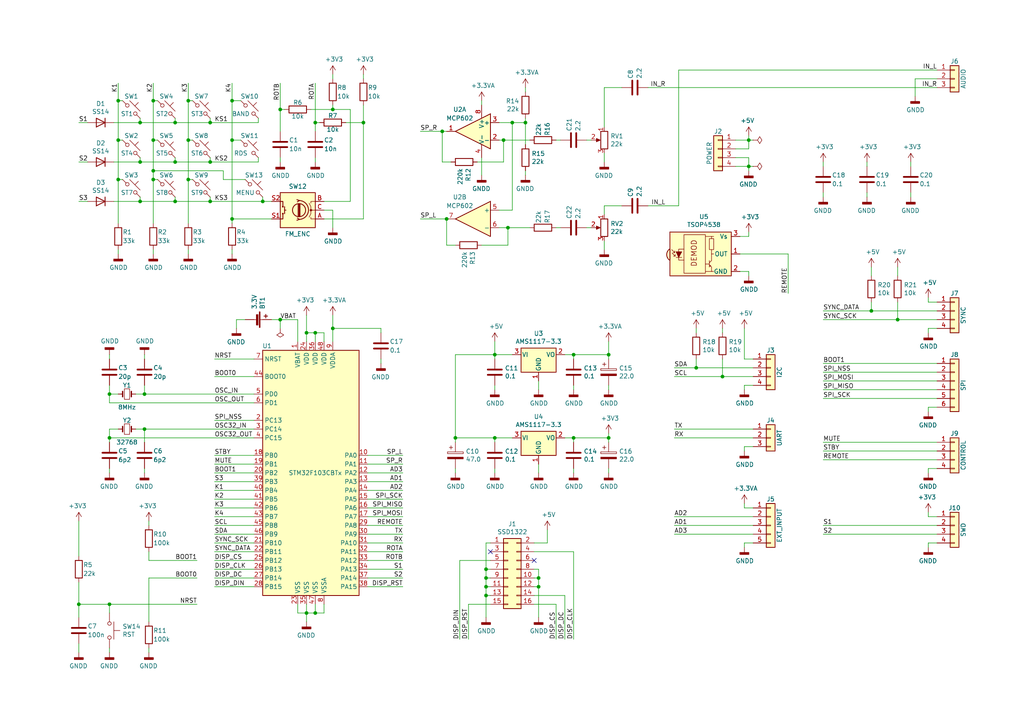
<source format=kicad_sch>
(kicad_sch (version 20230121) (generator eeschema)
  (paper "A4")
  (junction (at 140.97 170.18))
  (junction (at 91.44 96.52))
  (junction (at 132.08 127))
  (junction (at 156.21 167.64))
  (junction (at 140.97 172.72))
  (junction (at 76.2 58.42))
  (junction (at 50.8 58.42))
  (junction (at 91.44 35.56))
  (junction (at 22.86 175.26))
  (junction (at 88.9 96.52))
  (junction (at 166.37 127))
  (junction (at 96.52 95.25))
  (junction (at 34.29 40.64))
  (junction (at 105.41 35.56))
  (junction (at 81.28 31.75))
  (junction (at 60.96 35.56))
  (junction (at 128.27 38.1))
  (junction (at 146.05 40.64))
  (junction (at 31.75 127))
  (junction (at 176.53 127))
  (junction (at 40.64 46.99))
  (junction (at 54.61 29.21))
  (junction (at 143.51 102.87))
  (junction (at 54.61 52.07))
  (junction (at 50.8 35.56))
  (junction (at 140.97 165.1))
  (junction (at 31.75 175.26))
  (junction (at 209.55 109.22))
  (junction (at 40.64 58.42))
  (junction (at 91.44 177.8))
  (junction (at 44.45 29.21))
  (junction (at 67.31 40.64))
  (junction (at 81.28 92.71))
  (junction (at 96.52 31.75))
  (junction (at 176.53 102.87))
  (junction (at 217.17 40.64))
  (junction (at 88.9 177.8))
  (junction (at 44.45 52.07))
  (junction (at 44.45 40.64))
  (junction (at 44.45 49.53))
  (junction (at 152.4 35.56))
  (junction (at 54.61 40.64))
  (junction (at 67.31 29.21))
  (junction (at 252.73 90.17))
  (junction (at 129.54 63.5))
  (junction (at 143.51 127))
  (junction (at 60.96 46.99))
  (junction (at 201.93 106.68))
  (junction (at 34.29 52.07))
  (junction (at 41.91 114.3))
  (junction (at 60.96 58.42))
  (junction (at 50.8 46.99))
  (junction (at 156.21 170.18))
  (junction (at 166.37 102.87))
  (junction (at 31.75 114.3))
  (junction (at 217.17 48.26))
  (junction (at 260.35 92.71))
  (junction (at 148.59 35.56))
  (junction (at 40.64 35.56))
  (junction (at 34.29 29.21))
  (junction (at 147.32 66.04))
  (junction (at 41.91 124.46))
  (junction (at 140.97 167.64))
  (junction (at 67.31 63.5))
  (no_connect (at 154.94 162.56))
  (no_connect (at 142.24 160.02))
  (wire (pts (xy 55.88 52.07) (xy 54.61 52.07)))
  (wire (pts (xy 217.17 80.01) (xy 217.17 78.74)))
  (wire (pts (xy 40.64 34.29) (xy 40.64 35.56)))
  (wire (pts (xy 156.21 165.1) (xy 156.21 167.64)))
  (wire (pts (xy 93.98 96.52) (xy 91.44 96.52)))
  (wire (pts (xy 116.84 170.18) (xy 106.68 170.18)))
  (wire (pts (xy 50.8 57.15) (xy 50.8 58.42)))
  (wire (pts (xy 139.7 71.12) (xy 147.32 71.12)))
  (wire (pts (xy 44.45 49.53) (xy 44.45 52.07)))
  (wire (pts (xy 31.75 127) (xy 31.75 128.27)))
  (wire (pts (xy 116.84 144.78) (xy 106.68 144.78)))
  (wire (pts (xy 162.56 40.64) (xy 161.29 40.64)))
  (wire (pts (xy 81.28 31.75) (xy 81.28 38.1)))
  (wire (pts (xy 187.96 59.69) (xy 196.85 59.69)))
  (wire (pts (xy 264.16 57.15) (xy 264.16 55.88)))
  (wire (pts (xy 166.37 127) (xy 176.53 127)))
  (wire (pts (xy 96.52 66.04) (xy 96.52 60.96)))
  (wire (pts (xy 143.51 102.87) (xy 148.59 102.87)))
  (wire (pts (xy 116.84 167.64) (xy 106.68 167.64)))
  (wire (pts (xy 73.66 170.18) (xy 62.23 170.18)))
  (wire (pts (xy 34.29 124.46) (xy 31.75 124.46)))
  (wire (pts (xy 271.78 135.89) (xy 269.24 135.89)))
  (wire (pts (xy 106.68 137.16) (xy 116.84 137.16)))
  (wire (pts (xy 218.44 129.54) (xy 215.9 129.54)))
  (wire (pts (xy 31.75 114.3) (xy 31.75 111.76)))
  (wire (pts (xy 116.84 134.62) (xy 106.68 134.62)))
  (wire (pts (xy 218.44 157.48) (xy 215.9 157.48)))
  (wire (pts (xy 260.35 92.71) (xy 271.78 92.71)))
  (wire (pts (xy 195.58 109.22) (xy 209.55 109.22)))
  (wire (pts (xy 76.2 57.15) (xy 76.2 58.42)))
  (wire (pts (xy 213.36 43.18) (xy 217.17 43.18)))
  (wire (pts (xy 135.89 175.26) (xy 142.24 175.26)))
  (wire (pts (xy 116.84 165.1) (xy 106.68 165.1)))
  (wire (pts (xy 73.66 167.64) (xy 62.23 167.64)))
  (wire (pts (xy 142.24 167.64) (xy 140.97 167.64)))
  (wire (pts (xy 54.61 29.21) (xy 54.61 24.13)))
  (wire (pts (xy 269.24 118.11) (xy 269.24 119.38)))
  (wire (pts (xy 22.86 168.91) (xy 22.86 175.26)))
  (wire (pts (xy 62.23 142.24) (xy 73.66 142.24)))
  (wire (pts (xy 41.91 114.3) (xy 41.91 111.76)))
  (wire (pts (xy 271.78 22.86) (xy 265.43 22.86)))
  (wire (pts (xy 106.68 142.24) (xy 116.84 142.24)))
  (wire (pts (xy 40.64 45.72) (xy 40.64 46.99)))
  (wire (pts (xy 163.83 102.87) (xy 166.37 102.87)))
  (wire (pts (xy 78.74 92.71) (xy 81.28 92.71)))
  (wire (pts (xy 130.81 46.99) (xy 128.27 46.99)))
  (wire (pts (xy 217.17 78.74) (xy 214.63 78.74)))
  (wire (pts (xy 215.9 111.76) (xy 215.9 113.03)))
  (wire (pts (xy 148.59 35.56) (xy 152.4 35.56)))
  (wire (pts (xy 209.55 104.14) (xy 209.55 109.22)))
  (wire (pts (xy 33.02 58.42) (xy 40.64 58.42)))
  (wire (pts (xy 60.96 35.56) (xy 74.93 35.56)))
  (wire (pts (xy 269.24 149.86) (xy 269.24 148.59)))
  (wire (pts (xy 135.89 175.26) (xy 135.89 185.42)))
  (wire (pts (xy 43.18 167.64) (xy 43.18 180.34)))
  (wire (pts (xy 195.58 106.68) (xy 201.93 106.68)))
  (wire (pts (xy 176.53 102.87) (xy 176.53 104.14)))
  (wire (pts (xy 25.4 35.56) (xy 22.86 35.56)))
  (wire (pts (xy 143.51 102.87) (xy 143.51 104.14)))
  (wire (pts (xy 45.72 52.07) (xy 44.45 52.07)))
  (wire (pts (xy 129.54 63.5) (xy 121.92 63.5)))
  (wire (pts (xy 81.28 24.13) (xy 81.28 31.75)))
  (wire (pts (xy 88.9 177.8) (xy 86.36 177.8)))
  (wire (pts (xy 91.44 175.26) (xy 91.44 177.8)))
  (wire (pts (xy 132.08 71.12) (xy 129.54 71.12)))
  (wire (pts (xy 176.53 111.76) (xy 176.53 113.03)))
  (wire (pts (xy 132.08 127) (xy 132.08 128.27)))
  (wire (pts (xy 142.24 165.1) (xy 140.97 165.1)))
  (wire (pts (xy 271.78 128.27) (xy 238.76 128.27)))
  (wire (pts (xy 148.59 60.96) (xy 144.78 60.96)))
  (wire (pts (xy 67.31 40.64) (xy 67.31 63.5)))
  (wire (pts (xy 31.75 114.3) (xy 31.75 116.84)))
  (wire (pts (xy 106.68 139.7) (xy 116.84 139.7)))
  (wire (pts (xy 175.26 46.99) (xy 175.26 44.45)))
  (wire (pts (xy 143.51 99.06) (xy 143.51 102.87)))
  (wire (pts (xy 86.36 99.06) (xy 86.36 92.71)))
  (wire (pts (xy 271.78 105.41) (xy 238.76 105.41)))
  (wire (pts (xy 50.8 46.99) (xy 60.96 46.99)))
  (wire (pts (xy 271.78 115.57) (xy 238.76 115.57)))
  (wire (pts (xy 238.76 92.71) (xy 260.35 92.71)))
  (wire (pts (xy 71.12 52.07) (xy 64.77 52.07)))
  (wire (pts (xy 91.44 99.06) (xy 91.44 96.52)))
  (wire (pts (xy 238.76 57.15) (xy 238.76 55.88)))
  (wire (pts (xy 140.97 165.1) (xy 140.97 157.48)))
  (wire (pts (xy 215.9 129.54) (xy 215.9 130.81)))
  (wire (pts (xy 101.6 58.42) (xy 101.6 31.75)))
  (wire (pts (xy 62.23 121.92) (xy 73.66 121.92)))
  (wire (pts (xy 162.56 66.04) (xy 161.29 66.04)))
  (wire (pts (xy 196.85 20.32) (xy 196.85 59.69)))
  (wire (pts (xy 96.52 21.59) (xy 96.52 22.86)))
  (wire (pts (xy 40.64 58.42) (xy 50.8 58.42)))
  (wire (pts (xy 31.75 135.89) (xy 31.75 137.16)))
  (wire (pts (xy 142.24 157.48) (xy 140.97 157.48)))
  (wire (pts (xy 195.58 124.46) (xy 218.44 124.46)))
  (wire (pts (xy 214.63 73.66) (xy 228.6 73.66)))
  (wire (pts (xy 93.98 177.8) (xy 91.44 177.8)))
  (wire (pts (xy 116.84 132.08) (xy 106.68 132.08)))
  (wire (pts (xy 238.76 110.49) (xy 271.78 110.49)))
  (wire (pts (xy 33.02 46.99) (xy 40.64 46.99)))
  (wire (pts (xy 265.43 22.86) (xy 265.43 27.94)))
  (wire (pts (xy 271.78 157.48) (xy 269.24 157.48)))
  (wire (pts (xy 88.9 175.26) (xy 88.9 177.8)))
  (wire (pts (xy 217.17 68.58) (xy 217.17 67.31)))
  (wire (pts (xy 147.32 66.04) (xy 153.67 66.04)))
  (wire (pts (xy 144.78 35.56) (xy 148.59 35.56)))
  (wire (pts (xy 154.94 170.18) (xy 156.21 170.18)))
  (wire (pts (xy 271.78 133.35) (xy 238.76 133.35)))
  (wire (pts (xy 73.66 104.14) (xy 62.23 104.14)))
  (wire (pts (xy 34.29 72.39) (xy 34.29 73.66)))
  (wire (pts (xy 271.78 87.63) (xy 269.24 87.63)))
  (wire (pts (xy 218.44 147.32) (xy 215.9 147.32)))
  (wire (pts (xy 54.61 40.64) (xy 54.61 29.21)))
  (wire (pts (xy 34.29 24.13) (xy 34.29 29.21)))
  (wire (pts (xy 50.8 34.29) (xy 50.8 35.56)))
  (wire (pts (xy 67.31 40.64) (xy 69.85 40.64)))
  (wire (pts (xy 92.71 35.56) (xy 91.44 35.56)))
  (wire (pts (xy 74.93 34.29) (xy 74.93 35.56)))
  (wire (pts (xy 43.18 189.23) (xy 43.18 187.96)))
  (wire (pts (xy 81.28 95.25) (xy 81.28 92.71)))
  (wire (pts (xy 110.49 105.41) (xy 110.49 104.14)))
  (wire (pts (xy 73.66 165.1) (xy 62.23 165.1)))
  (wire (pts (xy 144.78 66.04) (xy 147.32 66.04)))
  (wire (pts (xy 217.17 48.26) (xy 217.17 49.53)))
  (wire (pts (xy 116.84 154.94) (xy 106.68 154.94)))
  (wire (pts (xy 163.83 172.72) (xy 163.83 185.42)))
  (wire (pts (xy 209.55 109.22) (xy 218.44 109.22)))
  (wire (pts (xy 105.41 21.59) (xy 105.41 22.86)))
  (wire (pts (xy 41.91 102.87) (xy 41.91 104.14)))
  (wire (pts (xy 35.56 52.07) (xy 34.29 52.07)))
  (wire (pts (xy 152.4 35.56) (xy 152.4 41.91)))
  (wire (pts (xy 88.9 180.34) (xy 88.9 177.8)))
  (wire (pts (xy 55.88 40.64) (xy 54.61 40.64)))
  (wire (pts (xy 195.58 152.4) (xy 218.44 152.4)))
  (wire (pts (xy 116.84 149.86) (xy 106.68 149.86)))
  (wire (pts (xy 176.53 99.06) (xy 176.53 102.87)))
  (wire (pts (xy 217.17 45.72) (xy 217.17 48.26)))
  (wire (pts (xy 154.94 165.1) (xy 156.21 165.1)))
  (wire (pts (xy 73.66 109.22) (xy 62.23 109.22)))
  (wire (pts (xy 154.94 172.72) (xy 163.83 172.72)))
  (wire (pts (xy 176.53 125.73) (xy 176.53 127)))
  (wire (pts (xy 156.21 134.62) (xy 156.21 137.16)))
  (wire (pts (xy 57.15 162.56) (xy 43.18 162.56)))
  (wire (pts (xy 96.52 60.96) (xy 93.98 60.96)))
  (wire (pts (xy 238.76 107.95) (xy 271.78 107.95)))
  (wire (pts (xy 251.46 46.99) (xy 251.46 48.26)))
  (wire (pts (xy 147.32 71.12) (xy 147.32 66.04)))
  (wire (pts (xy 217.17 40.64) (xy 217.17 39.37)))
  (wire (pts (xy 34.29 29.21) (xy 34.29 40.64)))
  (wire (pts (xy 22.86 179.07) (xy 22.86 175.26)))
  (wire (pts (xy 88.9 91.44) (xy 88.9 96.52)))
  (wire (pts (xy 218.44 104.14) (xy 215.9 104.14)))
  (wire (pts (xy 93.98 175.26) (xy 93.98 177.8)))
  (wire (pts (xy 175.26 72.39) (xy 175.26 69.85)))
  (wire (pts (xy 54.61 52.07) (xy 54.61 40.64)))
  (wire (pts (xy 217.17 43.18) (xy 217.17 40.64)))
  (wire (pts (xy 40.64 46.99) (xy 50.8 46.99)))
  (wire (pts (xy 73.66 144.78) (xy 62.23 144.78)))
  (wire (pts (xy 196.85 20.32) (xy 271.78 20.32)))
  (wire (pts (xy 81.28 45.72) (xy 81.28 46.99)))
  (wire (pts (xy 176.53 135.89) (xy 176.53 137.16)))
  (wire (pts (xy 76.2 58.42) (xy 78.74 58.42)))
  (wire (pts (xy 67.31 63.5) (xy 78.74 63.5)))
  (wire (pts (xy 34.29 114.3) (xy 31.75 114.3)))
  (wire (pts (xy 40.64 35.56) (xy 50.8 35.56)))
  (wire (pts (xy 91.44 46.99) (xy 91.44 45.72)))
  (wire (pts (xy 73.66 149.86) (xy 62.23 149.86)))
  (wire (pts (xy 171.45 40.64) (xy 170.18 40.64)))
  (wire (pts (xy 166.37 104.14) (xy 166.37 102.87)))
  (wire (pts (xy 35.56 40.64) (xy 34.29 40.64)))
  (wire (pts (xy 128.27 46.99) (xy 128.27 38.1)))
  (wire (pts (xy 31.75 124.46) (xy 31.75 127)))
  (wire (pts (xy 35.56 29.21) (xy 34.29 29.21)))
  (wire (pts (xy 133.35 162.56) (xy 142.24 162.56)))
  (wire (pts (xy 142.24 170.18) (xy 140.97 170.18)))
  (wire (pts (xy 238.76 90.17) (xy 252.73 90.17)))
  (wire (pts (xy 271.78 130.81) (xy 238.76 130.81)))
  (wire (pts (xy 73.66 139.7) (xy 62.23 139.7)))
  (wire (pts (xy 33.02 35.56) (xy 40.64 35.56)))
  (wire (pts (xy 139.7 50.8) (xy 139.7 45.72)))
  (wire (pts (xy 73.66 152.4) (xy 62.23 152.4)))
  (wire (pts (xy 252.73 90.17) (xy 271.78 90.17)))
  (wire (pts (xy 73.66 160.02) (xy 62.23 160.02)))
  (wire (pts (xy 22.86 189.23) (xy 22.86 186.69)))
  (wire (pts (xy 215.9 104.14) (xy 215.9 95.25)))
  (wire (pts (xy 60.96 57.15) (xy 60.96 58.42)))
  (wire (pts (xy 31.75 102.87) (xy 31.75 104.14)))
  (wire (pts (xy 41.91 137.16) (xy 41.91 135.89)))
  (wire (pts (xy 81.28 92.71) (xy 86.36 92.71)))
  (wire (pts (xy 55.88 29.21) (xy 54.61 29.21)))
  (wire (pts (xy 133.35 162.56) (xy 133.35 185.42)))
  (wire (pts (xy 96.52 95.25) (xy 96.52 99.06)))
  (wire (pts (xy 217.17 48.26) (xy 218.44 48.26)))
  (wire (pts (xy 138.43 46.99) (xy 146.05 46.99)))
  (wire (pts (xy 57.15 175.26) (xy 31.75 175.26)))
  (wire (pts (xy 62.23 147.32) (xy 73.66 147.32)))
  (wire (pts (xy 73.66 132.08) (xy 62.23 132.08)))
  (wire (pts (xy 214.63 68.58) (xy 217.17 68.58)))
  (wire (pts (xy 166.37 102.87) (xy 176.53 102.87)))
  (wire (pts (xy 39.37 124.46) (xy 41.91 124.46)))
  (wire (pts (xy 60.96 45.72) (xy 60.96 46.99)))
  (wire (pts (xy 201.93 104.14) (xy 201.93 106.68)))
  (wire (pts (xy 152.4 50.8) (xy 152.4 49.53)))
  (wire (pts (xy 44.45 72.39) (xy 44.45 73.66)))
  (wire (pts (xy 271.78 149.86) (xy 269.24 149.86)))
  (wire (pts (xy 271.78 95.25) (xy 269.24 95.25)))
  (wire (pts (xy 110.49 96.52) (xy 110.49 95.25)))
  (wire (pts (xy 116.84 147.32) (xy 106.68 147.32)))
  (wire (pts (xy 31.75 116.84) (xy 73.66 116.84)))
  (wire (pts (xy 269.24 87.63) (xy 269.24 86.36)))
  (wire (pts (xy 90.17 31.75) (xy 96.52 31.75)))
  (wire (pts (xy 180.34 59.69) (xy 175.26 59.69)))
  (wire (pts (xy 91.44 177.8) (xy 88.9 177.8)))
  (wire (pts (xy 93.98 58.42) (xy 101.6 58.42)))
  (wire (pts (xy 156.21 110.49) (xy 156.21 113.03)))
  (wire (pts (xy 54.61 72.39) (xy 54.61 73.66)))
  (wire (pts (xy 140.97 172.72) (xy 140.97 170.18)))
  (wire (pts (xy 195.58 149.86) (xy 218.44 149.86)))
  (wire (pts (xy 93.98 99.06) (xy 93.98 96.52)))
  (wire (pts (xy 39.37 114.3) (xy 41.91 114.3)))
  (wire (pts (xy 60.96 34.29) (xy 60.96 35.56)))
  (wire (pts (xy 67.31 73.66) (xy 67.31 72.39)))
  (wire (pts (xy 142.24 172.72) (xy 140.97 172.72)))
  (wire (pts (xy 73.66 154.94) (xy 62.23 154.94)))
  (wire (pts (xy 140.97 179.07) (xy 140.97 172.72)))
  (wire (pts (xy 269.24 135.89) (xy 269.24 137.16)))
  (wire (pts (xy 156.21 170.18) (xy 156.21 179.07)))
  (wire (pts (xy 86.36 177.8) (xy 86.36 175.26)))
  (wire (pts (xy 44.45 49.53) (xy 64.77 49.53)))
  (wire (pts (xy 22.86 175.26) (xy 31.75 175.26)))
  (wire (pts (xy 41.91 114.3) (xy 73.66 114.3)))
  (wire (pts (xy 45.72 40.64) (xy 44.45 40.64)))
  (wire (pts (xy 50.8 58.42) (xy 60.96 58.42)))
  (wire (pts (xy 271.78 152.4) (xy 238.76 152.4)))
  (wire (pts (xy 176.53 127) (xy 176.53 128.27)))
  (wire (pts (xy 228.6 73.66) (xy 228.6 85.09)))
  (wire (pts (xy 156.21 167.64) (xy 156.21 170.18)))
  (wire (pts (xy 201.93 106.68) (xy 218.44 106.68)))
  (wire (pts (xy 44.45 40.64) (xy 44.45 49.53)))
  (wire (pts (xy 43.18 162.56) (xy 43.18 160.02)))
  (wire (pts (xy 129.54 71.12) (xy 129.54 63.5)))
  (wire (pts (xy 175.26 59.69) (xy 175.26 62.23)))
  (wire (pts (xy 140.97 167.64) (xy 140.97 165.1)))
  (wire (pts (xy 158.75 157.48) (xy 158.75 153.67)))
  (wire (pts (xy 171.45 66.04) (xy 170.18 66.04)))
  (wire (pts (xy 31.75 177.8) (xy 31.75 175.26)))
  (wire (pts (xy 143.51 113.03) (xy 143.51 111.76)))
  (wire (pts (xy 175.26 25.4) (xy 175.26 36.83)))
  (wire (pts (xy 34.29 52.07) (xy 34.29 64.77)))
  (wire (pts (xy 34.29 40.64) (xy 34.29 52.07)))
  (wire (pts (xy 166.37 160.02) (xy 166.37 185.42)))
  (wire (pts (xy 209.55 95.25) (xy 209.55 96.52)))
  (wire (pts (xy 143.51 128.27) (xy 143.51 127)))
  (wire (pts (xy 73.66 137.16) (xy 62.23 137.16)))
  (wire (pts (xy 50.8 35.56) (xy 60.96 35.56)))
  (wire (pts (xy 96.52 30.48) (xy 96.52 31.75)))
  (wire (pts (xy 22.86 46.99) (xy 25.4 46.99)))
  (wire (pts (xy 264.16 46.99) (xy 264.16 48.26)))
  (wire (pts (xy 161.29 175.26) (xy 161.29 185.42)))
  (wire (pts (xy 166.37 111.76) (xy 166.37 113.03)))
  (wire (pts (xy 73.66 162.56) (xy 62.23 162.56)))
  (wire (pts (xy 271.78 118.11) (xy 269.24 118.11)))
  (wire (pts (xy 110.49 95.25) (xy 96.52 95.25)))
  (wire (pts (xy 215.9 157.48) (xy 215.9 158.75)))
  (wire (pts (xy 68.58 95.25) (xy 68.58 92.71)))
  (wire (pts (xy 143.51 127) (xy 148.59 127)))
  (wire (pts (xy 91.44 24.13) (xy 91.44 35.56)))
  (wire (pts (xy 116.84 157.48) (xy 106.68 157.48)))
  (wire (pts (xy 82.55 31.75) (xy 81.28 31.75)))
  (wire (pts (xy 105.41 35.56) (xy 105.41 30.48)))
  (wire (pts (xy 152.4 25.4) (xy 152.4 26.67)))
  (wire (pts (xy 146.05 46.99) (xy 146.05 40.64)))
  (wire (pts (xy 41.91 128.27) (xy 41.91 124.46)))
  (wire (pts (xy 218.44 111.76) (xy 215.9 111.76)))
  (wire (pts (xy 22.86 151.13) (xy 22.86 161.29)))
  (wire (pts (xy 269.24 95.25) (xy 269.24 96.52)))
  (wire (pts (xy 68.58 92.71) (xy 71.12 92.71)))
  (wire (pts (xy 57.15 167.64) (xy 43.18 167.64)))
  (wire (pts (xy 163.83 127) (xy 166.37 127)))
  (wire (pts (xy 54.61 52.07) (xy 54.61 64.77)))
  (wire (pts (xy 116.84 160.02) (xy 106.68 160.02)))
  (wire (pts (xy 128.27 38.1) (xy 121.92 38.1)))
  (wire (pts (xy 166.37 128.27) (xy 166.37 127)))
  (wire (pts (xy 252.73 87.63) (xy 252.73 90.17)))
  (wire (pts (xy 260.35 87.63) (xy 260.35 92.71)))
  (wire (pts (xy 67.31 29.21) (xy 67.31 24.13)))
  (wire (pts (xy 201.93 95.25) (xy 201.93 96.52)))
  (wire (pts (xy 50.8 45.72) (xy 50.8 46.99)))
  (wire (pts (xy 154.94 167.64) (xy 156.21 167.64)))
  (wire (pts (xy 146.05 40.64) (xy 153.67 40.64)))
  (wire (pts (xy 31.75 127) (xy 73.66 127)))
  (wire (pts (xy 100.33 35.56) (xy 105.41 35.56)))
  (wire (pts (xy 88.9 96.52) (xy 88.9 99.06)))
  (wire (pts (xy 132.08 135.89) (xy 132.08 137.16)))
  (wire (pts (xy 73.66 134.62) (xy 62.23 134.62)))
  (wire (pts (xy 40.64 57.15) (xy 40.64 58.42)))
  (wire (pts (xy 60.96 46.99) (xy 74.93 46.99)))
  (wire (pts (xy 140.97 170.18) (xy 140.97 167.64)))
  (wire (pts (xy 187.96 25.4) (xy 271.78 25.4)))
  (wire (pts (xy 44.45 52.07) (xy 44.45 64.77)))
  (wire (pts (xy 74.93 45.72) (xy 74.93 46.99)))
  (wire (pts (xy 251.46 57.15) (xy 251.46 55.88)))
  (wire (pts (xy 271.78 154.94) (xy 238.76 154.94)))
  (wire (pts (xy 73.66 157.48) (xy 62.23 157.48)))
  (wire (pts (xy 128.27 38.1) (xy 129.54 38.1)))
  (wire (pts (xy 143.51 135.89) (xy 143.51 137.16)))
  (wire (pts (xy 166.37 135.89) (xy 166.37 137.16)))
  (wire (pts (xy 44.45 24.13) (xy 44.45 29.21)))
  (wire (pts (xy 213.36 45.72) (xy 217.17 45.72)))
  (wire (pts (xy 91.44 35.56) (xy 91.44 38.1)))
  (wire (pts (xy 93.98 63.5) (xy 105.41 63.5)))
  (wire (pts (xy 148.59 35.56) (xy 148.59 60.96)))
  (wire (pts (xy 31.75 189.23) (xy 31.75 187.96)))
  (wire (pts (xy 154.94 160.02) (xy 166.37 160.02)))
  (wire (pts (xy 271.78 113.03) (xy 238.76 113.03)))
  (wire (pts (xy 144.78 40.64) (xy 146.05 40.64)))
  (wire (pts (xy 67.31 40.64) (xy 67.31 29.21)))
  (wire (pts (xy 143.51 127) (xy 132.08 127)))
  (wire (pts (xy 195.58 154.94) (xy 218.44 154.94)))
  (wire (pts (xy 44.45 29.21) (xy 44.45 40.64)))
  (wire (pts (xy 139.7 29.21) (xy 139.7 30.48)))
  (wire (pts (xy 116.84 162.56) (xy 106.68 162.56)))
  (wire (pts (xy 252.73 77.47) (xy 252.73 80.01)))
  (wire (pts (xy 152.4 34.29) (xy 152.4 35.56)))
  (wire (pts (xy 41.91 124.46) (xy 73.66 124.46)))
  (wire (pts (xy 132.08 127) (xy 132.08 102.87)))
  (wire (pts (xy 154.94 175.26) (xy 161.29 175.26)))
  (wire (pts (xy 22.86 58.42) (xy 25.4 58.42)))
  (wire (pts (xy 180.34 25.4) (xy 175.26 25.4)))
  (wire (pts (xy 45.72 29.21) (xy 44.45 29.21)))
  (wire (pts (xy 269.24 157.48) (xy 269.24 158.75)))
  (wire (pts (xy 64.77 49.53) (xy 64.77 52.07)))
  (wire (pts (xy 260.35 77.47) (xy 260.35 80.01)))
  (wire (pts (xy 43.18 151.13) (xy 43.18 152.4)))
  (wire (pts (xy 67.31 63.5) (xy 67.31 64.77)))
  (wire (pts (xy 96.52 91.44) (xy 96.52 95.25)))
  (wire (pts (xy 132.08 102.87) (xy 143.51 102.87)))
  (wire (pts (xy 105.41 35.56) (xy 105.41 63.5)))
  (wire (pts (xy 154.94 157.48) (xy 158.75 157.48)))
  (wire (pts (xy 67.31 29.21) (xy 69.85 29.21)))
  (wire (pts (xy 213.36 48.26) (xy 217.17 48.26)))
  (wire (pts (xy 238.76 46.99) (xy 238.76 48.26)))
  (wire (pts (xy 217.17 40.64) (xy 218.44 40.64)))
  (wire (pts (xy 96.52 31.75) (xy 101.6 31.75)))
  (wire (pts (xy 60.96 58.42) (xy 76.2 58.42)))
  (wire (pts (xy 195.58 127) (xy 218.44 127)))
  (wire (pts (xy 213.36 40.64) (xy 217.17 40.64)))
  (wire (pts (xy 106.68 152.4) (xy 116.84 152.4)))
  (wire (pts (xy 215.9 147.32) (xy 215.9 146.05)))
  (wire (pts (xy 91.44 96.52) (xy 88.9 96.52)))
  (label "ROTB" (at 116.84 162.56 180))
  (label "RX" (at 116.84 157.48 180))
  (label "AD3" (at 195.58 154.94 0))
  (label "DISP_RST" (at 135.89 185.42 90))
  (label "AD3" (at 116.84 137.16 180))
  (label "ROTA" (at 91.44 24.13 270))
  (label "K3" (at 62.23 147.32 0))
  (label "DISP_RST" (at 116.84 170.18 180))
  (label "AD2" (at 195.58 149.86 0))
  (label "K2" (at 44.45 24.13 270))
  (label "KS1" (at 62.23 35.56 0))
  (label "SCL" (at 62.23 152.4 0))
  (label "SPI_MISO" (at 116.84 147.32 180))
  (label "BOOT0" (at 57.15 167.64 180))
  (label "K4" (at 62.23 149.86 0))
  (label "DISP_CLK" (at 166.37 185.42 90))
  (label "S2" (at 238.76 154.94 0))
  (label "SYNC_DATA" (at 238.76 90.17 0))
  (label "K1" (at 62.23 142.24 0))
  (label "VBAT" (at 81.28 92.71 0))
  (label "S3" (at 62.23 139.7 0))
  (label "KS3" (at 62.23 58.42 0))
  (label "SDA" (at 195.58 106.68 0))
  (label "MUTE" (at 238.76 128.27 0))
  (label "OSC32_IN" (at 62.23 124.46 0))
  (label "IN_R" (at 271.78 25.4 180))
  (label "IN_R" (at 193.04 25.4 180))
  (label "SP_R" (at 121.92 38.1 0))
  (label "ROTB" (at 81.28 24.13 270))
  (label "SPI_MISO" (at 238.76 113.03 0))
  (label "DISP_DIN" (at 62.23 170.18 0))
  (label "BOOT1" (at 57.15 162.56 180))
  (label "K4" (at 67.31 24.13 270))
  (label "BOOT0" (at 62.23 109.22 0))
  (label "MUTE" (at 62.23 134.62 0))
  (label "STBY" (at 62.23 132.08 0))
  (label "S1" (at 116.84 165.1 180))
  (label "SP_L" (at 116.84 132.08 180))
  (label "ROTA" (at 116.84 160.02 180))
  (label "TX" (at 195.58 124.46 0))
  (label "S2" (at 116.84 167.64 180))
  (label "SPI_SCK" (at 116.84 144.78 180))
  (label "REMOTE" (at 238.76 133.35 0))
  (label "S3" (at 22.86 58.42 0))
  (label "SP_L" (at 121.92 63.5 0))
  (label "SPI_NSS" (at 238.76 107.95 0))
  (label "DISP_DC" (at 62.23 167.64 0))
  (label "STBY" (at 238.76 130.81 0))
  (label "RX" (at 195.58 127 0))
  (label "BOOT1" (at 62.23 137.16 0))
  (label "SCL" (at 195.58 109.22 0))
  (label "SPI_MOSI" (at 238.76 110.49 0))
  (label "SPI_SCK" (at 238.76 115.57 0))
  (label "S1" (at 22.86 35.56 0))
  (label "TX" (at 116.84 154.94 180))
  (label "BOOT1" (at 238.76 105.41 0))
  (label "AD2" (at 116.84 142.24 180))
  (label "OSC_OUT" (at 62.23 116.84 0))
  (label "OSC_IN" (at 62.23 114.3 0))
  (label "K1" (at 34.29 24.13 270))
  (label "OSC32_OUT" (at 62.23 127 0))
  (label "DISP_DC" (at 163.83 185.42 90))
  (label "SP_R" (at 116.84 134.62 180))
  (label "SPI_MOSI" (at 116.84 149.86 180))
  (label "K2" (at 62.23 144.78 0))
  (label "NRST" (at 62.23 104.14 0))
  (label "S1" (at 238.76 152.4 0))
  (label "IN_L" (at 193.04 59.69 180))
  (label "REMOTE" (at 228.6 85.09 90))
  (label "SYNC_SCK" (at 238.76 92.71 0))
  (label "DISP_CS" (at 62.23 162.56 0))
  (label "SYNC_SCK" (at 62.23 157.48 0))
  (label "NRST" (at 57.15 175.26 180))
  (label "KS2" (at 62.23 46.99 0))
  (label "AD1" (at 195.58 152.4 0))
  (label "S2" (at 22.86 46.99 0))
  (label "SPI_NSS" (at 62.23 121.92 0))
  (label "DISP_DIN" (at 133.35 185.42 90))
  (label "DISP_CS" (at 161.29 185.42 90))
  (label "DISP_CLK" (at 62.23 165.1 0))
  (label "K3" (at 54.61 24.13 270))
  (label "REMOTE" (at 116.84 152.4 180))
  (label "SDA" (at 62.23 154.94 0))
  (label "IN_L" (at 271.78 20.32 180))
  (label "SYNC_DATA" (at 62.23 160.02 0))
  (label "AD1" (at 116.84 139.7 180))
  (symbol (lib_id "Switch:SW_Push_45deg") (at 72.39 31.75 0) (unit 1)
    (property "Reference" "SW10" (at 72.39 27.94 0))
    (property "Value" "BAND" (at 69.85 33.02 0))
    (property "Footprint" "Button_Switch_THT:SW_PUSH_6mm" (effects hide))
  )
  (symbol (lib_id "Switch:SW_Push_45deg") (at 72.39 43.18 0) (unit 1)
    (property "Reference" "SW11" (at 72.39 39.37 0))
    (property "Value" "RDS" (at 69.85 44.45 0))
    (property "Footprint" "Button_Switch_THT:SW_PUSH_6mm" (effects hide))
  )
  (symbol (lib_id "Switch:SW_Push_45deg") (at 73.66 54.61 0) (unit 1)
    (property "Reference" "SW13" (at 73.66 50.8 0))
    (property "Value" "MENU" (at 71.12 55.88 0))
    (property "Footprint" "Button_Switch_THT:SW_PUSH_6mm" (effects hide))
  )
  (symbol (lib_id "Connector_Generic:Conn_01x03") (at 276.86 22.86 0) (unit 1)
    (property "Reference" "J6" (at 276.86 17.78 0))
    (property "Value" "AUDIO" (at 279.4 22.86 90))
    (property "Footprint" "Connector_JST:JST_EH_B3B-EH-A_1x03_P2.50mm_Vertical" (effects hide))
  )
  (symbol (lib_id "MCU_ST_STM32F1:STM32F103CBTx") (at 91.44 137.16 0) (unit 1)
    (property "Reference" "U1" (at 77.47 100.33 0))
    (property "Value" "STM32F103CBTx" (at 91.44 137.16 0))
    (property "Footprint" "Package_QFP:LQFP-48_7x7mm_P0.5mm" (effects hide))
    (property "Datasheet" "http://www.st.com/st-web-ui/static/active/en/resource/technical/document/datasheet/DM00058181.pdf" (effects hide))
  )
  (symbol (lib_id "power:PWR_FLAG") (at 218.44 40.64 270) (unit 1)
    (property "Reference" "#FLG0101" (effects hide))
    (property "Value" "PWR_FLAG" (effects hide))
  )
  (symbol (lib_id "Device:R") (at 260.35 83.82 0) (unit 1)
    (property "Reference" "R21" (at 262.128 82.6516 0) (effects (justify left)))
    (property "Value" "10k" (at 262.128 84.963 0) (effects (justify left)))
    (property "Footprint" "Resistor_SMD:R_1206_3216Metric_Pad1.30x1.75mm_HandSolder" (effects hide))
  )
  (symbol (lib_id "power:PWR_FLAG") (at 218.44 48.26 270) (unit 1)
    (property "Reference" "#FLG0102" (effects hide))
    (property "Value" "PWR_FLAG" (effects hide))
  )
  (symbol (lib_id "Device:R") (at 252.73 83.82 0) (unit 1)
    (property "Reference" "R20" (at 254.508 82.6516 0) (effects (justify left)))
    (property "Value" "10k" (at 254.508 84.963 0) (effects (justify left)))
    (property "Footprint" "Resistor_SMD:R_1206_3216Metric_Pad1.30x1.75mm_HandSolder" (effects hide))
  )
  (symbol (lib_id "power:+5V") (at 252.73 77.47 0) (unit 1)
    (property "Reference" "#PWR032" (effects hide))
    (property "Value" "+5V" (at 253.111 73.0758 0))
  )
  (symbol (lib_id "power:+5V") (at 260.35 77.47 0) (unit 1)
    (property "Reference" "#PWR033" (effects hide))
    (property "Value" "+5V" (at 260.731 73.0758 0))
  )
  (symbol (lib_id "Interface_Optical:TSOP45xx") (at 204.47 73.66 0) (unit 1)
    (property "Reference" "U5" (at 204.1652 62.865 0))
    (property "Value" "TSOP4538" (at 204.1652 65.1764 0))
    (property "Footprint" "OptoDevice:Vishay_MOLD-3Pin" (effects hide))
    (property "Datasheet" "http://www.vishay.com/docs/82460/tsop45.pdf" (effects hide))
  )
  (symbol (lib_id "power:GNDD") (at 88.9 180.34 0) (mirror y) (unit 1)
    (property "Reference" "#PWR012" (effects hide))
    (property "Value" "GNDD" (at 88.7984 184.277 0))
  )
  (symbol (lib_id "power:+3V3") (at 88.9 91.44 0) (mirror y) (unit 1)
    (property "Reference" "#PWR013" (effects hide))
    (property "Value" "+3V3" (at 88.519 87.0458 0))
  )
  (symbol (lib_id "Device:Crystal_Small") (at 36.83 124.46 0) (unit 1)
    (property "Reference" "Y2" (at 36.83 121.92 0))
    (property "Value" "32768" (at 36.83 128.27 0))
    (property "Footprint" "Crystal:Crystal_C38-LF_D3.0mm_L8.0mm_Vertical" (effects hide))
  )
  (symbol (lib_id "Device:Battery_Cell") (at 73.66 92.71 270) (mirror x) (unit 1)
    (property "Reference" "BT1" (at 76.0984 89.7128 0) (effects (justify left)))
    (property "Value" "3.3V" (at 73.787 89.7128 0) (effects (justify left)))
    (property "Footprint" "h-ms1110:CR1220" (effects hide))
  )
  (symbol (lib_id "Amplifier_Operational:MCP602") (at 137.16 38.1 0) (mirror y) (unit 1)
    (property "Reference" "U2" (at 133.35 31.75 0))
    (property "Value" "MCP602" (at 133.35 34.29 0))
    (property "Footprint" "Package_SO:SOIC-8_3.9x4.9mm_P1.27mm" (effects hide))
    (property "Datasheet" "http://ww1.microchip.com/downloads/en/DeviceDoc/21314g.pdf" (effects hide))
  )
  (symbol (lib_id "Amplifier_Operational:MCP602") (at 137.16 63.5 0) (mirror y) (unit 2)
    (property "Reference" "U2" (at 133.35 57.15 0))
    (property "Value" "MCP602" (at 133.35 59.69 0))
    (property "Footprint" "Package_SO:SOIC-8_3.9x4.9mm_P1.27mm" (effects hide))
    (property "Datasheet" "http://ww1.microchip.com/downloads/en/DeviceDoc/21314g.pdf" (effects hide))
  )
  (symbol (lib_id "Device:R") (at 152.4 45.72 0) (unit 1)
    (property "Reference" "R15" (at 154.178 44.5516 0) (effects (justify left)))
    (property "Value" "22k" (at 154.178 46.863 0) (effects (justify left)))
    (property "Footprint" "Resistor_SMD:R_1206_3216Metric_Pad1.30x1.75mm_HandSolder" (effects hide))
  )
  (symbol (lib_id "Device:R") (at 157.48 40.64 270) (mirror x) (unit 1)
    (property "Reference" "R16" (at 158.75 39.37 0) (effects (justify left)))
    (property "Value" "22k" (at 156.21 39.37 0) (effects (justify left)))
    (property "Footprint" "Resistor_SMD:R_1206_3216Metric_Pad1.30x1.75mm_HandSolder" (effects hide))
  )
  (symbol (lib_id "power:GNDD") (at 152.4 50.8 0) (mirror y) (unit 1)
    (property "Reference" "#PWR0106" (effects hide))
    (property "Value" "GNDD" (at 152.2984 54.737 0))
  )
  (symbol (lib_id "Device:R") (at 134.62 46.99 270) (unit 1)
    (property "Reference" "R12" (at 135.7884 48.768 0) (effects (justify left)))
    (property "Value" "220k" (at 133.477 48.768 0) (effects (justify left)))
    (property "Footprint" "Resistor_SMD:R_1206_3216Metric_Pad1.30x1.75mm_HandSolder" (effects hide))
  )
  (symbol (lib_id "Device:R") (at 157.48 66.04 270) (mirror x) (unit 1)
    (property "Reference" "R17" (at 158.75 64.77 0) (effects (justify left)))
    (property "Value" "22k" (at 156.21 64.77 0) (effects (justify left)))
    (property "Footprint" "Resistor_SMD:R_1206_3216Metric_Pad1.30x1.75mm_HandSolder" (effects hide))
  )
  (symbol (lib_id "Device:R") (at 135.89 71.12 270) (unit 1)
    (property "Reference" "R13" (at 137.0584 72.898 0) (effects (justify left)))
    (property "Value" "220k" (at 134.747 72.898 0) (effects (justify left)))
    (property "Footprint" "Resistor_SMD:R_1206_3216Metric_Pad1.30x1.75mm_HandSolder" (effects hide))
  )
  (symbol (lib_id "Device:R_Potentiometer") (at 175.26 40.64 0) (mirror y) (unit 1)
    (property "Reference" "RV1" (at 177.038 39.4716 0) (effects (justify right)))
    (property "Value" "22k" (at 177.038 41.783 0) (effects (justify right)))
    (property "Footprint" "Potentiometer_THT:Potentiometer_Piher_PT-6-V_Vertical" (effects hide))
  )
  (symbol (lib_id "power:GNDD") (at 175.26 46.99 0) (mirror y) (unit 1)
    (property "Reference" "#PWR0107" (effects hide))
    (property "Value" "GNDD" (at 175.1584 50.927 0))
  )
  (symbol (lib_id "Device:R_Potentiometer") (at 175.26 66.04 0) (mirror y) (unit 1)
    (property "Reference" "RV2" (at 177.038 64.8716 0) (effects (justify right)))
    (property "Value" "22k" (at 177.038 67.183 0) (effects (justify right)))
    (property "Footprint" "Potentiometer_THT:Potentiometer_Piher_PT-6-V_Vertical" (effects hide))
  )
  (symbol (lib_id "power:GNDD") (at 175.26 72.39 0) (mirror y) (unit 1)
    (property "Reference" "#PWR0108" (effects hide))
    (property "Value" "GNDD" (at 175.1584 76.327 0))
  )
  (symbol (lib_id "Device:R") (at 152.4 30.48 0) (mirror y) (unit 1)
    (property "Reference" "R14" (at 150.622 29.3116 0) (effects (justify left)))
    (property "Value" "22k" (at 150.622 31.623 0) (effects (justify left)))
    (property "Footprint" "Resistor_SMD:R_1206_3216Metric_Pad1.30x1.75mm_HandSolder" (effects hide))
  )
  (symbol (lib_id "Amplifier_Operational:MCP602") (at 137.16 38.1 0) (mirror y) (unit 3)
    (property "Reference" "U2" (effects hide))
    (property "Value" "MCP602" (effects hide))
    (property "Footprint" "Package_SO:SOIC-8_3.9x4.9mm_P1.27mm" (effects hide))
    (property "Datasheet" "http://ww1.microchip.com/downloads/en/DeviceDoc/21314g.pdf" (effects hide))
  )
  (symbol (lib_id "power:GNDD") (at 139.7 50.8 0) (mirror y) (unit 1)
    (property "Reference" "#PWR0111" (effects hide))
    (property "Value" "GNDD" (at 139.5984 54.737 0))
  )
  (symbol (lib_id "Switch:SW_Push_45deg") (at 38.1 43.18 0) (unit 1)
    (property "Reference" "SW2" (at 38.1 39.37 0))
    (property "Value" "ST4" (at 36.83 44.45 0))
    (property "Footprint" "Button_Switch_THT:SW_PUSH_6mm" (effects hide))
  )
  (symbol (lib_id "Connector_Generic:Conn_01x04") (at 276.86 152.4 0) (unit 1)
    (property "Reference" "J10" (at 276.86 147.32 0))
    (property "Value" "SWD" (at 279.4 153.67 90))
    (property "Footprint" "Connector_JST:JST_EH_B4B-EH-A_1x04_P2.50mm_Vertical" (effects hide))
  )
  (symbol (lib_id "power:GNDD") (at 269.24 158.75 0) (mirror y) (unit 1)
    (property "Reference" "#PWR0138" (effects hide))
    (property "Value" "GNDD" (at 269.1384 162.687 0))
  )
  (symbol (lib_id "Switch:SW_Push_45deg") (at 38.1 54.61 0) (unit 1)
    (property "Reference" "SW3" (at 38.1 50.8 0))
    (property "Value" "ST7" (at 36.83 55.88 0))
    (property "Footprint" "Button_Switch_THT:SW_PUSH_6mm" (effects hide))
  )
  (symbol (lib_id "Switch:SW_Push_45deg") (at 38.1 31.75 0) (unit 1)
    (property "Reference" "SW1" (at 38.1 27.94 0))
    (property "Value" "ST1" (at 36.83 33.02 0))
    (property "Footprint" "Button_Switch_THT:SW_PUSH_6mm" (effects hide))
  )
  (symbol (lib_id "Device:R") (at 209.55 100.33 0) (unit 1)
    (property "Reference" "R19" (at 211.328 99.1616 0) (effects (justify left)))
    (property "Value" "10k" (at 211.328 101.473 0) (effects (justify left)))
    (property "Footprint" "Resistor_SMD:R_1206_3216Metric_Pad1.30x1.75mm_HandSolder" (effects hide))
  )
  (symbol (lib_id "Device:R") (at 201.93 100.33 0) (unit 1)
    (property "Reference" "R18" (at 203.708 99.1616 0) (effects (justify left)))
    (property "Value" "10k" (at 203.708 101.473 0) (effects (justify left)))
    (property "Footprint" "Resistor_SMD:R_1206_3216Metric_Pad1.30x1.75mm_HandSolder" (effects hide))
  )
  (symbol (lib_id "power:+5V") (at 201.93 95.25 0) (unit 1)
    (property "Reference" "#PWR03" (effects hide))
    (property "Value" "+5V" (at 202.311 90.8558 0))
  )
  (symbol (lib_id "power:+5V") (at 209.55 95.25 0) (unit 1)
    (property "Reference" "#PWR016" (effects hide))
    (property "Value" "+5V" (at 209.931 90.8558 0))
  )
  (symbol (lib_id "Switch:SW_Push_45deg") (at 48.26 31.75 0) (unit 1)
    (property "Reference" "SW4" (at 48.26 27.94 0))
    (property "Value" "ST2" (at 46.99 33.02 0))
    (property "Footprint" "Button_Switch_THT:SW_PUSH_6mm" (effects hide))
  )
  (symbol (lib_id "Switch:SW_Push_45deg") (at 48.26 43.18 0) (unit 1)
    (property "Reference" "SW5" (at 48.26 39.37 0))
    (property "Value" "ST5" (at 46.99 44.45 0))
    (property "Footprint" "Button_Switch_THT:SW_PUSH_6mm" (effects hide))
  )
  (symbol (lib_id "Switch:SW_Push_45deg") (at 48.26 54.61 0) (unit 1)
    (property "Reference" "SW6" (at 48.26 50.8 0))
    (property "Value" "ST8" (at 46.99 55.88 0))
    (property "Footprint" "Button_Switch_THT:SW_PUSH_6mm" (effects hide))
  )
  (symbol (lib_id "Switch:SW_Push_45deg") (at 58.42 54.61 0) (unit 1)
    (property "Reference" "SW9" (at 58.42 50.8 0))
    (property "Value" "ST9" (at 57.15 55.88 0))
    (property "Footprint" "Button_Switch_THT:SW_PUSH_6mm" (effects hide))
  )
  (symbol (lib_id "Switch:SW_Push_45deg") (at 58.42 43.18 0) (unit 1)
    (property "Reference" "SW8" (at 58.42 39.37 0))
    (property "Value" "ST6" (at 57.15 44.45 0))
    (property "Footprint" "Button_Switch_THT:SW_PUSH_6mm" (effects hide))
  )
  (symbol (lib_id "Switch:SW_Push_45deg") (at 58.42 31.75 0) (unit 1)
    (property "Reference" "SW7" (at 58.42 27.94 0))
    (property "Value" "ST3" (at 57.15 33.02 0))
    (property "Footprint" "Button_Switch_THT:SW_PUSH_6mm" (effects hide))
  )
  (symbol (lib_id "power:PWR_FLAG") (at 81.28 95.25 180) (unit 1)
    (property "Reference" "#FLG0103" (effects hide))
    (property "Value" "PWR_FLAG" (effects hide))
  )
  (symbol (lib_id "Device:RotaryEncoder_Switch") (at 86.36 60.96 180) (unit 1)
    (property "Reference" "SW12" (at 86.36 53.34 0) (effects (justify bottom)))
    (property "Value" "FM_ENC" (at 86.36 68.58 0) (effects (justify top)))
    (property "Footprint" "Rotary_Encoder:RotaryEncoder_Alps_EC11E-Switch_Vertical_H20mm" (effects hide))
  )
  (symbol (lib_id "Regulator_Linear:AMS1117-3.3") (at 156.21 127 0) (unit 1)
    (property "Reference" "U4" (at 156.21 120.8532 0))
    (property "Value" "AMS1117-3.3" (at 156.21 123.1646 0))
    (property "Footprint" "Package_TO_SOT_SMD:SOT-223-3_TabPin2" (effects hide))
    (property "Datasheet" "http://www.advanced-monolithic.com/pdf/ds1117.pdf" (effects hide))
  )
  (symbol (lib_id "power:+3V3") (at 176.53 125.73 0) (unit 1)
    (property "Reference" "#PWR0122" (effects hide))
    (property "Value" "+3V3" (at 176.911 121.3358 0))
  )
  (symbol (lib_id "power:GNDD") (at 156.21 137.16 0) (unit 1)
    (property "Reference" "#PWR0121" (effects hide))
    (property "Value" "GNDD" (at 156.3116 141.097 0))
  )
  (symbol (lib_id "Device:C") (at 143.51 132.08 180) (unit 1)
    (property "Reference" "C12" (at 146.431 130.9116 0) (effects (justify right)))
    (property "Value" "0.1" (at 146.431 133.223 0) (effects (justify right)))
    (property "Footprint" "Capacitor_SMD:C_1206_3216Metric_Pad1.33x1.80mm_HandSolder" (effects hide))
  )
  (symbol (lib_id "Device:C_Polarized") (at 132.08 132.08 0) (unit 1)
    (property "Reference" "C10" (at 135.0772 130.9116 0) (effects (justify left)))
    (property "Value" "47.0" (at 135.0772 133.223 0) (effects (justify left)))
    (property "Footprint" "Capacitor_Tantalum_SMD:CP_EIA-6032-28_Kemet-C" (effects hide))
  )
  (symbol (lib_id "Device:C") (at 166.37 132.08 180) (unit 1)
    (property "Reference" "C14" (at 169.291 130.9116 0) (effects (justify right)))
    (property "Value" "0.1" (at 169.291 133.223 0) (effects (justify right)))
    (property "Footprint" "Capacitor_SMD:C_1206_3216Metric_Pad1.33x1.80mm_HandSolder" (effects hide))
  )
  (symbol (lib_id "Device:C_Polarized") (at 176.53 132.08 0) (unit 1)
    (property "Reference" "C16" (at 179.5272 130.9116 0) (effects (justify left)))
    (property "Value" "22.0" (at 179.5272 133.223 0) (effects (justify left)))
    (property "Footprint" "Capacitor_Tantalum_SMD:CP_EIA-6032-28_Kemet-C" (effects hide))
  )
  (symbol (lib_id "power:+3.3VA") (at 176.53 99.06 0) (unit 1)
    (property "Reference" "#PWR0118" (effects hide))
    (property "Value" "+3.3VA" (at 176.911 94.6658 0))
  )
  (symbol (lib_id "power:+3.3VA") (at 139.7 29.21 0) (unit 1)
    (property "Reference" "#PWR0109" (effects hide))
    (property "Value" "+3.3VA" (at 140.081 24.8158 0))
  )
  (symbol (lib_id "power:+3.3VA") (at 152.4 25.4 0) (unit 1)
    (property "Reference" "#PWR0110" (effects hide))
    (property "Value" "+3.3VA" (at 152.781 21.0058 0))
  )
  (symbol (lib_id "Regulator_Linear:AMS1117-3.3") (at 156.21 102.87 0) (unit 1)
    (property "Reference" "U3" (at 156.21 96.7232 0))
    (property "Value" "AMS1117-3.3" (at 156.21 99.0346 0))
    (property "Footprint" "Package_TO_SOT_SMD:SOT-223-3_TabPin2" (effects hide))
    (property "Datasheet" "http://www.advanced-monolithic.com/pdf/ds1117.pdf" (effects hide))
  )
  (symbol (lib_id "power:+5V") (at 143.51 99.06 0) (unit 1)
    (property "Reference" "#PWR0120" (effects hide))
    (property "Value" "+5V" (at 143.891 94.6658 0))
  )
  (symbol (lib_id "power:GNDD") (at 156.21 113.03 0) (unit 1)
    (property "Reference" "#PWR0119" (effects hide))
    (property "Value" "GNDD" (at 156.3116 116.967 0))
  )
  (symbol (lib_id "Device:C") (at 166.37 107.95 180) (unit 1)
    (property "Reference" "C13" (at 169.291 106.7816 0) (effects (justify right)))
    (property "Value" "0.1" (at 169.291 109.093 0) (effects (justify right)))
    (property "Footprint" "Capacitor_SMD:C_1206_3216Metric_Pad1.33x1.80mm_HandSolder" (effects hide))
  )
  (symbol (lib_id "Device:C_Polarized") (at 176.53 107.95 0) (unit 1)
    (property "Reference" "C15" (at 179.5272 106.7816 0) (effects (justify left)))
    (property "Value" "22.0" (at 179.5272 109.093 0) (effects (justify left)))
    (property "Footprint" "Capacitor_Tantalum_SMD:CP_EIA-6032-28_Kemet-C" (effects hide))
  )
  (symbol (lib_id "power:+5V") (at 215.9 95.25 0) (unit 1)
    (property "Reference" "#PWR031" (effects hide))
    (property "Value" "+5V" (at 216.281 90.8558 0))
  )
  (symbol (lib_id "Device:D") (at 29.21 35.56 180) (unit 1)
    (property "Reference" "D1" (at 29.21 30.0736 0))
    (property "Value" "SS14" (at 29.21 32.385 0))
    (property "Footprint" "Diode_SMD:D_SMA_Handsoldering" (effects hide))
  )
  (symbol (lib_id "Device:D") (at 29.21 46.99 180) (unit 1)
    (property "Reference" "D2" (at 29.21 41.5036 0))
    (property "Value" "SS14" (at 29.21 43.815 0))
    (property "Footprint" "Diode_SMD:D_SMA_Handsoldering" (effects hide))
  )
  (symbol (lib_id "Device:D") (at 29.21 58.42 180) (unit 1)
    (property "Reference" "D3" (at 29.21 52.9336 0))
    (property "Value" "SS14" (at 29.21 55.245 0))
    (property "Footprint" "Diode_SMD:D_SMA_Handsoldering" (effects hide))
  )
  (symbol (lib_id "Device:R") (at 96.52 26.67 0) (unit 1)
    (property "Reference" "R8" (at 97.79 25.4 0) (effects (justify left)))
    (property "Value" "10k" (at 97.79 27.94 0) (effects (justify left)))
    (property "Footprint" "Resistor_SMD:R_1206_3216Metric_Pad1.30x1.75mm_HandSolder" (effects hide))
  )
  (symbol (lib_id "power:+3V3") (at 269.24 148.59 0) (mirror y) (unit 1)
    (property "Reference" "#PWR029" (effects hide))
    (property "Value" "+3V3" (at 268.859 144.1958 0))
  )
  (symbol (lib_id "power:GNDD") (at 34.29 73.66 0) (unit 1)
    (property "Reference" "#PWR0134" (effects hide))
    (property "Value" "GNDD" (at 34.3916 77.597 0))
  )
  (symbol (lib_id "power:GNDD") (at 44.45 73.66 0) (unit 1)
    (property "Reference" "#PWR0135" (effects hide))
    (property "Value" "GNDD" (at 44.5516 77.597 0))
  )
  (symbol (lib_id "power:GNDD") (at 54.61 73.66 0) (unit 1)
    (property "Reference" "#PWR0136" (effects hide))
    (property "Value" "GNDD" (at 54.7116 77.597 0))
  )
  (symbol (lib_id "power:+3.3VA") (at 96.52 91.44 0) (unit 1)
    (property "Reference" "#PWR0117" (effects hide))
    (property "Value" "+3.3VA" (at 96.901 87.0458 0))
  )
  (symbol (lib_id "Device:R") (at 34.29 68.58 0) (unit 1)
    (property "Reference" "R1" (at 35.56 67.31 0) (effects (justify left)))
    (property "Value" "33k" (at 35.56 69.85 0) (effects (justify left)))
    (property "Footprint" "Resistor_SMD:R_1206_3216Metric_Pad1.30x1.75mm_HandSolder" (effects hide))
  )
  (symbol (lib_id "Device:R") (at 44.45 68.58 0) (unit 1)
    (property "Reference" "R2" (at 45.72 67.31 0) (effects (justify left)))
    (property "Value" "33k" (at 45.72 69.85 0) (effects (justify left)))
    (property "Footprint" "Resistor_SMD:R_1206_3216Metric_Pad1.30x1.75mm_HandSolder" (effects hide))
  )
  (symbol (lib_id "Device:R") (at 54.61 68.58 0) (unit 1)
    (property "Reference" "R3" (at 55.88 67.31 0) (effects (justify left)))
    (property "Value" "33k" (at 55.88 69.85 0) (effects (justify left)))
    (property "Footprint" "Resistor_SMD:R_1206_3216Metric_Pad1.30x1.75mm_HandSolder" (effects hide))
  )
  (symbol (lib_id "Device:R") (at 105.41 26.67 0) (unit 1)
    (property "Reference" "R9" (at 106.68 25.4 0) (effects (justify left)))
    (property "Value" "10k" (at 106.68 27.94 0) (effects (justify left)))
    (property "Footprint" "Resistor_SMD:R_1206_3216Metric_Pad1.30x1.75mm_HandSolder" (effects hide))
  )
  (symbol (lib_id "Device:R") (at 96.52 35.56 270) (unit 1)
    (property "Reference" "R7" (at 96.52 34.29 90) (effects (justify bottom)))
    (property "Value" "10k" (at 96.52 36.83 90) (effects (justify top)))
    (property "Footprint" "Resistor_SMD:R_1206_3216Metric_Pad1.30x1.75mm_HandSolder" (effects hide))
  )
  (symbol (lib_id "Device:R") (at 86.36 31.75 270) (unit 1)
    (property "Reference" "R6" (at 86.36 30.48 90) (effects (justify bottom)))
    (property "Value" "10k" (at 86.36 33.02 90) (effects (justify top)))
    (property "Footprint" "Resistor_SMD:R_1206_3216Metric_Pad1.30x1.75mm_HandSolder" (effects hide))
  )
  (symbol (lib_id "Device:C") (at 143.51 107.95 180) (unit 1)
    (property "Reference" "C11" (at 146.431 106.7816 0) (effects (justify right)))
    (property "Value" "0.1" (at 146.431 109.093 0) (effects (justify right)))
    (property "Footprint" "Capacitor_SMD:C_1206_3216Metric_Pad1.33x1.80mm_HandSolder" (effects hide))
  )
  (symbol (lib_id "power:GNDD") (at 265.43 27.94 0) (unit 1)
    (property "Reference" "#PWR022" (effects hide))
    (property "Value" "GNDD" (at 265.5316 31.877 0))
  )
  (symbol (lib_id "Device:R") (at 67.31 68.58 0) (unit 1)
    (property "Reference" "R4" (at 68.58 67.31 0) (effects (justify left)))
    (property "Value" "33k" (at 68.58 69.85 0) (effects (justify left)))
    (property "Footprint" "Resistor_SMD:R_1206_3216Metric_Pad1.30x1.75mm_HandSolder" (effects hide))
  )
  (symbol (lib_id "power:GNDD") (at 67.31 73.66 0) (unit 1)
    (property "Reference" "#PWR0137" (effects hide))
    (property "Value" "GNDD" (at 67.4116 77.597 0))
  )
  (symbol (lib_id "power:GNDD") (at 166.37 113.03 0) (unit 1)
    (property "Reference" "#PWR0123" (effects hide))
    (property "Value" "GNDD" (at 166.4716 116.967 0))
  )
  (symbol (lib_id "power:GNDD") (at 176.53 113.03 0) (unit 1)
    (property "Reference" "#PWR0124" (effects hide))
    (property "Value" "GNDD" (at 176.6316 116.967 0))
  )
  (symbol (lib_id "power:GNDD") (at 96.52 66.04 0) (unit 1)
    (property "Reference" "#PWR0101" (effects hide))
    (property "Value" "GNDD" (at 96.6216 69.977 0))
  )
  (symbol (lib_id "power:GNDD") (at 143.51 113.03 0) (unit 1)
    (property "Reference" "#PWR0125" (effects hide))
    (property "Value" "GNDD" (at 143.6116 116.967 0))
  )
  (symbol (lib_id "power:GNDD") (at 166.37 137.16 0) (unit 1)
    (property "Reference" "#PWR0126" (effects hide))
    (property "Value" "GNDD" (at 166.4716 141.097 0))
  )
  (symbol (lib_id "power:GNDD") (at 176.53 137.16 0) (unit 1)
    (property "Reference" "#PWR0127" (effects hide))
    (property "Value" "GNDD" (at 176.6316 141.097 0))
  )
  (symbol (lib_id "power:GNDD") (at 143.51 137.16 0) (unit 1)
    (property "Reference" "#PWR0128" (effects hide))
    (property "Value" "GNDD" (at 143.6116 141.097 0))
  )
  (symbol (lib_id "Connector_Generic:Conn_01x05") (at 223.52 152.4 0) (unit 1)
    (property "Reference" "J5" (at 223.52 144.78 0))
    (property "Value" "EXT_INPUT" (at 226.06 152.4 90))
    (property "Footprint" "Connector_JST:JST_EH_B5B-EH-A_1x05_P2.50mm_Vertical" (effects hide))
  )
  (symbol (lib_id "power:GNDD") (at 132.08 137.16 0) (unit 1)
    (property "Reference" "#PWR0129" (effects hide))
    (property "Value" "GNDD" (at 132.1816 141.097 0))
  )
  (symbol (lib_id "Device:C") (at 81.28 41.91 0) (unit 1)
    (property "Reference" "C1" (at 83.82 40.64 0) (effects (justify left)))
    (property "Value" "10n" (at 83.82 43.18 0) (effects (justify left)))
    (property "Footprint" "Capacitor_SMD:C_1206_3216Metric_Pad1.33x1.80mm_HandSolder" (effects hide))
  )
  (symbol (lib_id "power:GNDD") (at 81.28 46.99 0) (unit 1)
    (property "Reference" "#PWR0102" (effects hide))
    (property "Value" "GNDD" (at 81.3816 50.927 0))
  )
  (symbol (lib_id "Device:C") (at 31.75 132.08 0) (unit 1)
    (property "Reference" "C5" (at 34.29 130.81 0) (effects (justify left)))
    (property "Value" "6p2" (at 34.29 133.35 0) (effects (justify left)))
    (property "Footprint" "Capacitor_SMD:C_1206_3216Metric_Pad1.33x1.80mm_HandSolder" (effects hide))
  )
  (symbol (lib_id "Device:C") (at 41.91 132.08 0) (unit 1)
    (property "Reference" "C6" (at 44.45 130.81 0) (effects (justify left)))
    (property "Value" "6p2" (at 44.45 133.35 0) (effects (justify left)))
    (property "Footprint" "Capacitor_SMD:C_1206_3216Metric_Pad1.33x1.80mm_HandSolder" (effects hide))
  )
  (symbol (lib_id "power:GNDD") (at 91.44 46.99 0) (unit 1)
    (property "Reference" "#PWR0103" (effects hide))
    (property "Value" "GNDD" (at 91.5416 50.927 0))
  )
  (symbol (lib_id "power:+3.3VA") (at 215.9 146.05 0) (unit 1)
    (property "Reference" "#PWR0112" (effects hide))
    (property "Value" "+3.3VA" (at 216.281 141.6558 0))
  )
  (symbol (lib_id "power:GNDD") (at 215.9 158.75 0) (unit 1)
    (property "Reference" "#PWR0113" (effects hide))
    (property "Value" "GNDD" (at 216.0016 162.687 0))
  )
  (symbol (lib_id "Connector_Generic:Conn_01x04") (at 223.52 106.68 0) (unit 1)
    (property "Reference" "J3" (at 223.52 101.6 0))
    (property "Value" "I2C" (at 226.06 107.95 90))
    (property "Footprint" "Connector_JST:JST_EH_B4B-EH-A_1x04_P2.50mm_Vertical" (effects hide))
  )
  (symbol (lib_id "Connector_Generic:Conn_01x03") (at 223.52 127 0) (unit 1)
    (property "Reference" "J4" (at 223.52 121.92 0))
    (property "Value" "UART" (at 226.06 127 90))
    (property "Footprint" "Connector_JST:JST_EH_B3B-EH-A_1x03_P2.50mm_Vertical" (effects hide))
  )
  (symbol (lib_id "Connector_Generic:Conn_02x08_Odd_Even") (at 147.32 165.1 0) (unit 1)
    (property "Reference" "J1" (at 148.59 151.9682 0))
    (property "Value" "SSD1322" (at 148.59 154.2796 0))
    (property "Footprint" "h-ms1110:SSD1322_3.12" (effects hide))
  )
  (symbol (lib_id "power:GNDD") (at 140.97 179.07 0) (unit 1)
    (property "Reference" "#PWR0116" (effects hide))
    (property "Value" "GNDD" (at 141.0716 183.007 0))
  )
  (symbol (lib_id "power:GNDD") (at 215.9 130.81 0) (unit 1)
    (property "Reference" "#PWR014" (effects hide))
    (property "Value" "GNDD" (at 216.0016 134.747 0))
  )
  (symbol (lib_id "power:+5V") (at 158.75 153.67 0) (unit 1)
    (property "Reference" "#PWR0114" (effects hide))
    (property "Value" "+5V" (at 159.131 149.2758 0))
  )
  (symbol (lib_id "Device:Crystal_Small") (at 36.83 114.3 180) (unit 1)
    (property "Reference" "Y1" (at 36.83 111.76 0))
    (property "Value" "8MHz" (at 36.83 118.11 0))
    (property "Footprint" "Crystal:Crystal_HC49-4H_Vertical" (effects hide))
  )
  (symbol (lib_id "Device:C") (at 31.75 107.95 0) (unit 1)
    (property "Reference" "C3" (at 34.29 106.68 0) (effects (justify left)))
    (property "Value" "20p" (at 34.29 109.22 0) (effects (justify left)))
    (property "Footprint" "Capacitor_SMD:C_1206_3216Metric_Pad1.33x1.80mm_HandSolder" (effects hide))
  )
  (symbol (lib_id "Device:C") (at 41.91 107.95 0) (unit 1)
    (property "Reference" "C4" (at 44.45 106.68 0) (effects (justify left)))
    (property "Value" "20p" (at 44.45 109.22 0) (effects (justify left)))
    (property "Footprint" "Capacitor_SMD:C_1206_3216Metric_Pad1.33x1.80mm_HandSolder" (effects hide))
  )
  (symbol (lib_id "power:GNDD") (at 215.9 113.03 0) (unit 1)
    (property "Reference" "#PWR017" (effects hide))
    (property "Value" "GNDD" (at 216.0016 116.967 0))
  )
  (symbol (lib_id "power:GNDD") (at 31.75 137.16 0) (mirror y) (unit 1)
    (property "Reference" "#PWR06" (effects hide))
    (property "Value" "GNDD" (at 31.6484 141.097 0))
  )
  (symbol (lib_id "power:GNDD") (at 41.91 137.16 0) (mirror y) (unit 1)
    (property "Reference" "#PWR010" (effects hide))
    (property "Value" "GNDD" (at 41.8084 141.097 0))
  )
  (symbol (lib_id "Connector_Generic:Conn_01x04") (at 276.86 130.81 0) (unit 1)
    (property "Reference" "J9" (at 276.86 125.73 0))
    (property "Value" "CONTROL" (at 279.4 132.08 90))
    (property "Footprint" "Connector_JST:JST_EH_B4B-EH-A_1x04_P2.50mm_Vertical" (effects hide))
  )
  (symbol (lib_id "power:GNDD") (at 269.24 137.16 0) (mirror y) (unit 1)
    (property "Reference" "#PWR024" (effects hide))
    (property "Value" "GNDD" (at 269.1384 141.097 0))
  )
  (symbol (lib_id "power:+3.3V") (at 96.52 21.59 0) (unit 1)
    (property "Reference" "#PWR0104" (effects hide))
    (property "Value" "+3.3V" (at 96.901 17.1958 0))
  )
  (symbol (lib_id "power:+3.3V") (at 105.41 21.59 0) (unit 1)
    (property "Reference" "#PWR0105" (effects hide))
    (property "Value" "+3.3V" (at 105.791 17.1958 0))
  )
  (symbol (lib_id "Device:C") (at 91.44 41.91 0) (unit 1)
    (property "Reference" "C2" (at 93.98 40.64 0) (effects (justify left)))
    (property "Value" "10n" (at 93.98 43.18 0) (effects (justify left)))
    (property "Footprint" "Capacitor_SMD:C_1206_3216Metric_Pad1.33x1.80mm_HandSolder" (effects hide))
  )
  (symbol (lib_id "power:GNDD") (at 156.21 179.07 0) (unit 1)
    (property "Reference" "#PWR0115" (effects hide))
    (property "Value" "GNDD" (at 156.3116 183.007 0))
  )
  (symbol (lib_id "power:GNDD") (at 269.24 119.38 0) (mirror y) (unit 1)
    (property "Reference" "#PWR023" (effects hide))
    (property "Value" "GNDD" (at 269.1384 123.317 0))
  )
  (symbol (lib_id "Device:C") (at 166.37 66.04 90) (unit 1)
    (property "Reference" "C22" (at 165.1 63.5 0) (effects (justify left)))
    (property "Value" "2.2" (at 167.64 63.5 0) (effects (justify left)))
    (property "Footprint" "Capacitor_SMD:C_1206_3216Metric_Pad1.33x1.80mm_HandSolder" (effects hide))
  )
  (symbol (lib_id "Device:C") (at 110.49 100.33 0) (unit 1)
    (property "Reference" "C17" (at 113.03 99.06 0) (effects (justify left)))
    (property "Value" "0.1" (at 113.03 101.6 0) (effects (justify left)))
    (property "Footprint" "Capacitor_SMD:C_1206_3216Metric_Pad1.33x1.80mm_HandSolder" (effects hide))
  )
  (symbol (lib_id "power:GNDD") (at 31.75 102.87 0) (mirror x) (unit 1)
    (property "Reference" "#PWR05" (effects hide))
    (property "Value" "GNDD" (at 31.8516 98.933 0))
  )
  (symbol (lib_id "Connector_Generic:Conn_01x06") (at 276.86 110.49 0) (unit 1)
    (property "Reference" "J8" (at 276.86 102.87 0))
    (property "Value" "SPI" (at 279.4 111.76 90))
    (property "Footprint" "Connector_JST:JST_EH_B6B-EH-A_1x06_P2.50mm_Vertical" (effects hide))
  )
  (symbol (lib_id "Device:C") (at 166.37 40.64 90) (unit 1)
    (property "Reference" "C21" (at 165.1 38.1 0) (effects (justify left)))
    (property "Value" "2.2" (at 167.64 38.1 0) (effects (justify left)))
    (property "Footprint" "Capacitor_SMD:C_1206_3216Metric_Pad1.33x1.80mm_HandSolder" (effects hide))
  )
  (symbol (lib_id "Device:C") (at 184.15 25.4 90) (unit 1)
    (property "Reference" "C8" (at 182.88 22.86 0) (effects (justify left)))
    (property "Value" "2.2" (at 185.42 22.86 0) (effects (justify left)))
    (property "Footprint" "Capacitor_SMD:C_1206_3216Metric_Pad1.33x1.80mm_HandSolder" (effects hide))
  )
  (symbol (lib_id "Device:C") (at 184.15 59.69 90) (unit 1)
    (property "Reference" "C9" (at 182.88 57.15 0) (effects (justify left)))
    (property "Value" "2.2" (at 185.42 57.15 0) (effects (justify left)))
    (property "Footprint" "Capacitor_SMD:C_1206_3216Metric_Pad1.33x1.80mm_HandSolder" (effects hide))
  )
  (symbol (lib_id "power:GNDD") (at 41.91 102.87 0) (mirror x) (unit 1)
    (property "Reference" "#PWR09" (effects hide))
    (property "Value" "GNDD" (at 42.0116 98.933 0))
  )
  (symbol (lib_id "power:GNDD") (at 110.49 105.41 0) (mirror y) (unit 1)
    (property "Reference" "#PWR015" (effects hide))
    (property "Value" "GNDD" (at 110.3884 109.347 0))
  )
  (symbol (lib_id "Connector_Generic:Conn_01x04") (at 276.86 90.17 0) (unit 1)
    (property "Reference" "J7" (at 276.86 85.09 0))
    (property "Value" "SYNC" (at 279.4 91.44 90))
    (property "Footprint" "Connector_JST:JST_EH_B4B-EH-A_1x04_P2.50mm_Vertical" (effects hide))
  )
  (symbol (lib_id "power:GNDD") (at 269.24 96.52 0) (unit 1)
    (property "Reference" "#PWR021" (effects hide))
    (property "Value" "GNDD" (at 269.3416 100.457 0))
  )
  (symbol (lib_id "power:+5V") (at 269.24 86.36 0) (unit 1)
    (property "Reference" "#PWR020" (effects hide))
    (property "Value" "+5V" (at 269.621 81.9658 0))
  )
  (symbol (lib_id "Device:C") (at 238.76 52.07 0) (unit 1)
    (property "Reference" "C18" (at 241.3 50.8 0) (effects (justify left)))
    (property "Value" "0.1" (at 241.3 53.34 0) (effects (justify left)))
    (property "Footprint" "Capacitor_SMD:C_1206_3216Metric_Pad1.33x1.80mm_HandSolder" (effects hide))
  )
  (symbol (lib_id "power:+3V3") (at 238.76 46.99 0) (unit 1)
    (property "Reference" "#PWR018" (effects hide))
    (property "Value" "+3V3" (at 239.141 42.5958 0))
  )
  (symbol (lib_id "power:GNDD") (at 238.76 57.15 0) (mirror y) (unit 1)
    (property "Reference" "#PWR019" (effects hide))
    (property "Value" "GNDD" (at 238.6584 61.087 0))
  )
  (symbol (lib_id "Device:C") (at 251.46 52.07 0) (unit 1)
    (property "Reference" "C19" (at 254 50.8 0) (effects (justify left)))
    (property "Value" "0.1" (at 254 53.34 0) (effects (justify left)))
    (property "Footprint" "Capacitor_SMD:C_1206_3216Metric_Pad1.33x1.80mm_HandSolder" (effects hide))
  )
  (symbol (lib_id "power:+3V3") (at 251.46 46.99 0) (unit 1)
    (property "Reference" "#PWR025" (effects hide))
    (property "Value" "+3V3" (at 251.841 42.5958 0))
  )
  (symbol (lib_id "power:GNDD") (at 251.46 57.15 0) (mirror y) (unit 1)
    (property "Reference" "#PWR026" (effects hide))
    (property "Value" "GNDD" (at 251.3584 61.087 0))
  )
  (symbol (lib_id "Device:C") (at 264.16 52.07 0) (unit 1)
    (property "Reference" "C20" (at 266.7 50.8 0) (effects (justify left)))
    (property "Value" "0.1" (at 266.7 53.34 0) (effects (justify left)))
    (property "Footprint" "Capacitor_SMD:C_1206_3216Metric_Pad1.33x1.80mm_HandSolder" (effects hide))
  )
  (symbol (lib_id "power:+3V3") (at 264.16 46.99 0) (unit 1)
    (property "Reference" "#PWR027" (effects hide))
    (property "Value" "+3V3" (at 264.541 42.5958 0))
  )
  (symbol (lib_id "power:GNDD") (at 264.16 57.15 0) (mirror y) (unit 1)
    (property "Reference" "#PWR028" (effects hide))
    (property "Value" "GNDD" (at 264.0584 61.087 0))
  )
  (symbol (lib_id "power:GNDD") (at 68.58 95.25 0) (mirror y) (unit 1)
    (property "Reference" "#PWR011" (effects hide))
    (property "Value" "GNDD" (at 68.4784 99.187 0))
  )
  (symbol (lib_id "Connector_Generic:Conn_01x04") (at 208.28 43.18 0) (mirror y) (unit 1)
    (property "Reference" "J2" (at 208.28 38.1 0))
    (property "Value" "POWER" (at 205.74 44.45 90))
    (property "Footprint" "Connector_JST:JST_EH_B4B-EH-A_1x04_P2.50mm_Vertical" (effects hide))
  )
  (symbol (lib_id "power:GNDD") (at 217.17 49.53 0) (mirror y) (unit 1)
    (property "Reference" "#PWR0130" (effects hide))
    (property "Value" "GNDD" (at 217.0684 53.467 0))
  )
  (symbol (lib_id "power:+5V") (at 217.17 39.37 0) (mirror y) (unit 1)
    (property "Reference" "#PWR0131" (effects hide))
    (property "Value" "+5V" (at 216.789 34.9758 0))
  )
  (symbol (lib_id "power:GNDD") (at 217.17 80.01 0) (unit 1)
    (property "Reference" "#PWR0132" (effects hide))
    (property "Value" "GNDD" (at 217.2716 83.947 0))
  )
  (symbol (lib_id "power:+3V3") (at 217.17 67.31 0) (unit 1)
    (property "Reference" "#PWR0133" (effects hide))
    (property "Value" "+3V3" (at 217.551 62.9158 0))
  )
  (symbol (lib_id "Device:R") (at 43.18 156.21 0) (unit 1)
    (property "Reference" "R10" (at 44.45 154.94 0) (effects (justify left)))
    (property "Value" "100k" (at 44.45 157.48 0) (effects (justify left)))
    (property "Footprint" "Resistor_SMD:R_1206_3216Metric_Pad1.30x1.75mm_HandSolder" (effects hide))
  )
  (symbol (lib_id "Device:R") (at 22.86 165.1 0) (unit 1)
    (property "Reference" "R5" (at 24.13 163.83 0) (effects (justify left)))
    (property "Value" "22k" (at 24.13 166.37 0) (effects (justify left)))
    (property "Footprint" "Resistor_SMD:R_1206_3216Metric_Pad1.30x1.75mm_HandSolder" (effects hide))
  )
  (symbol (lib_id "power:+3V3") (at 22.86 151.13 0) (mirror y) (unit 1)
    (property "Reference" "#PWR01" (effects hide))
    (property "Value" "+3V3" (at 22.479 146.7358 0))
  )
  (symbol (lib_id "Device:C") (at 22.86 182.88 0) (unit 1)
    (property "Reference" "C7" (at 25.4 181.61 0) (effects (justify left)))
    (property "Value" "100n" (at 25.4 184.15 0) (effects (justify left)))
    (property "Footprint" "Capacitor_SMD:C_1206_3216Metric_Pad1.33x1.80mm_HandSolder" (effects hide))
  )
  (symbol (lib_id "power:GNDD") (at 22.86 189.23 0) (mirror y) (unit 1)
    (property "Reference" "#PWR02" (effects hide))
    (property "Value" "GNDD" (at 22.7584 193.167 0))
  )
  (symbol (lib_id "Switch:SW_Push") (at 31.75 182.88 270) (unit 1)
    (property "Reference" "SW14" (at 35.5092 181.7116 90) (effects (justify left)))
    (property "Value" "RST" (at 35.5092 184.023 90) (effects (justify left)))
    (property "Footprint" "Button_Switch_THT:SW_PUSH_6mm" (effects hide))
  )
  (symbol (lib_id "power:GNDD") (at 31.75 189.23 0) (mirror y) (unit 1)
    (property "Reference" "#PWR04" (effects hide))
    (property "Value" "GNDD" (at 31.6484 193.167 0))
  )
  (symbol (lib_id "Device:R") (at 43.18 184.15 0) (unit 1)
    (property "Reference" "R11" (at 44.45 182.88 0) (effects (justify left)))
    (property "Value" "100k" (at 44.45 185.42 0) (effects (justify left)))
    (property "Footprint" "Resistor_SMD:R_1206_3216Metric_Pad1.30x1.75mm_HandSolder" (effects hide))
  )
  (symbol (lib_id "power:GNDD") (at 43.18 189.23 0) (mirror y) (unit 1)
    (property "Reference" "#PWR08" (effects hide))
    (property "Value" "GNDD" (at 43.0784 193.167 0))
  )
  (symbol (lib_id "power:+3V3") (at 43.18 151.13 0) (mirror y) (unit 1)
    (property "Reference" "#PWR07" (effects hide))
    (property "Value" "+3V3" (at 42.799 146.7358 0))
  )
)
</source>
